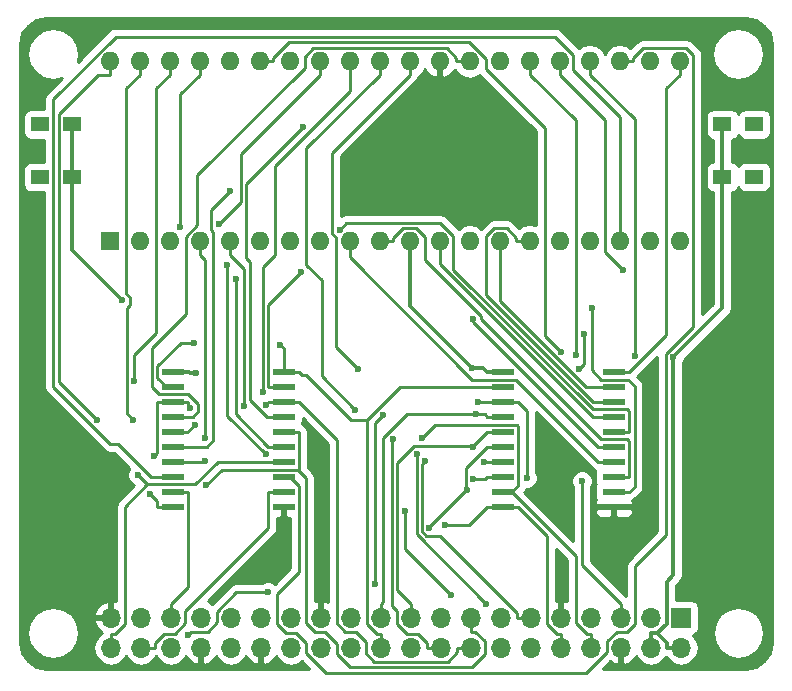
<source format=gbr>
G04 #@! TF.FileFunction,Copper,L2,Bot,Signal*
%FSLAX46Y46*%
G04 Gerber Fmt 4.6, Leading zero omitted, Abs format (unit mm)*
G04 Created by KiCad (PCBNEW 4.0.7) date 03/01/18 16:16:53*
%MOMM*%
%LPD*%
G01*
G04 APERTURE LIST*
%ADD10C,0.100000*%
%ADD11R,1.600000X1.600000*%
%ADD12O,1.600000X1.600000*%
%ADD13R,1.700000X1.700000*%
%ADD14O,1.700000X1.700000*%
%ADD15R,1.500000X1.300000*%
%ADD16R,1.950000X0.600000*%
%ADD17C,0.600000*%
%ADD18C,0.350000*%
%ADD19C,0.250000*%
%ADD20C,0.254000*%
G04 APERTURE END LIST*
D10*
D11*
X101092000Y-81026000D03*
D12*
X149352000Y-65786000D03*
X103632000Y-81026000D03*
X146812000Y-65786000D03*
X106172000Y-81026000D03*
X144272000Y-65786000D03*
X108712000Y-81026000D03*
X141732000Y-65786000D03*
X111252000Y-81026000D03*
X139192000Y-65786000D03*
X113792000Y-81026000D03*
X136652000Y-65786000D03*
X116332000Y-81026000D03*
X134112000Y-65786000D03*
X118872000Y-81026000D03*
X131572000Y-65786000D03*
X121412000Y-81026000D03*
X129032000Y-65786000D03*
X123952000Y-81026000D03*
X126492000Y-65786000D03*
X126492000Y-81026000D03*
X123952000Y-65786000D03*
X129032000Y-81026000D03*
X121412000Y-65786000D03*
X131572000Y-81026000D03*
X118872000Y-65786000D03*
X134112000Y-81026000D03*
X116332000Y-65786000D03*
X136652000Y-81026000D03*
X113792000Y-65786000D03*
X139192000Y-81026000D03*
X111252000Y-65786000D03*
X141732000Y-81026000D03*
X108712000Y-65786000D03*
X144272000Y-81026000D03*
X106172000Y-65786000D03*
X146812000Y-81026000D03*
X103632000Y-65786000D03*
X149352000Y-81026000D03*
X101092000Y-65786000D03*
D13*
X149454000Y-112878000D03*
D14*
X149454000Y-115418000D03*
X146914000Y-112878000D03*
X146914000Y-115418000D03*
X144374000Y-112878000D03*
X144374000Y-115418000D03*
X141834000Y-112878000D03*
X141834000Y-115418000D03*
X139294000Y-112878000D03*
X139294000Y-115418000D03*
X136754000Y-112878000D03*
X136754000Y-115418000D03*
X134214000Y-112878000D03*
X134214000Y-115418000D03*
X131674000Y-112878000D03*
X131674000Y-115418000D03*
X129134000Y-112878000D03*
X129134000Y-115418000D03*
X126594000Y-112878000D03*
X126594000Y-115418000D03*
X124054000Y-112878000D03*
X124054000Y-115418000D03*
X121514000Y-112878000D03*
X121514000Y-115418000D03*
X118974000Y-112878000D03*
X118974000Y-115418000D03*
X116434000Y-112878000D03*
X116434000Y-115418000D03*
X113894000Y-112878000D03*
X113894000Y-115418000D03*
X111354000Y-112878000D03*
X111354000Y-115418000D03*
X108814000Y-112878000D03*
X108814000Y-115418000D03*
X106274000Y-112878000D03*
X106274000Y-115418000D03*
X103734000Y-112878000D03*
X103734000Y-115418000D03*
X101194000Y-112878000D03*
X101194000Y-115418000D03*
D15*
X97870000Y-75565000D03*
X95170000Y-75565000D03*
X97870000Y-71120000D03*
X95170000Y-71120000D03*
X152955000Y-75565000D03*
X155655000Y-75565000D03*
X152955000Y-71120000D03*
X155655000Y-71120000D03*
D16*
X143765000Y-92075000D03*
X143765000Y-93345000D03*
X143765000Y-94615000D03*
X143765000Y-95885000D03*
X143765000Y-97155000D03*
X143765000Y-98425000D03*
X143765000Y-99695000D03*
X143765000Y-100965000D03*
X143765000Y-102235000D03*
X143765000Y-103505000D03*
X134365000Y-103505000D03*
X134365000Y-102235000D03*
X134365000Y-100965000D03*
X134365000Y-99695000D03*
X134365000Y-98425000D03*
X134365000Y-97155000D03*
X134365000Y-95885000D03*
X134365000Y-94615000D03*
X134365000Y-93345000D03*
X134365000Y-92075000D03*
X115825000Y-92075000D03*
X115825000Y-93345000D03*
X115825000Y-94615000D03*
X115825000Y-95885000D03*
X115825000Y-97155000D03*
X115825000Y-98425000D03*
X115825000Y-99695000D03*
X115825000Y-100965000D03*
X115825000Y-102235000D03*
X115825000Y-103505000D03*
X106425000Y-103505000D03*
X106425000Y-102235000D03*
X106425000Y-100965000D03*
X106425000Y-99695000D03*
X106425000Y-98425000D03*
X106425000Y-97155000D03*
X106425000Y-95885000D03*
X106425000Y-94615000D03*
X106425000Y-93345000D03*
X106425000Y-92075000D03*
D17*
X108396300Y-92186800D03*
X102090800Y-85953700D03*
X131740300Y-91776900D03*
X148818200Y-90797300D03*
X141076200Y-101318000D03*
X152781000Y-91186000D03*
X151765000Y-85725000D03*
X151892000Y-82804000D03*
X136779000Y-78359000D03*
X141224000Y-88900000D03*
X140843000Y-91821000D03*
X139445000Y-103505000D03*
X139954000Y-105410000D03*
X139446000Y-108204000D03*
X118872000Y-104140000D03*
X115570000Y-107188000D03*
X146812000Y-92456000D03*
X127540200Y-97655300D03*
X124244500Y-95763800D03*
X123582000Y-110042800D03*
X129463500Y-105024500D03*
X127782200Y-99640900D03*
X108306000Y-96528900D03*
X109134400Y-99597400D03*
X109224600Y-101678200D03*
X114348400Y-94841400D03*
X125030300Y-97744700D03*
X131829000Y-98391300D03*
X132133500Y-95644200D03*
X108264800Y-89624300D03*
X115539900Y-89752800D03*
X128137800Y-105326300D03*
X131339100Y-102106700D03*
X132287000Y-94583900D03*
X136420700Y-101049200D03*
X132758600Y-99681900D03*
X131879100Y-101140500D03*
X107917800Y-95162800D03*
X104871100Y-99205400D03*
X103480300Y-100813700D03*
X109119000Y-97634700D03*
X145520300Y-90714000D03*
X112426100Y-94939000D03*
X144517700Y-83472200D03*
X140524800Y-90627600D03*
X131858400Y-87565600D03*
X117491200Y-71329000D03*
X120552200Y-80016600D03*
X122131900Y-91802400D03*
X121896100Y-95302600D03*
X114050700Y-93783800D03*
X141881500Y-86678100D03*
X114290200Y-99060000D03*
X110997200Y-83050800D03*
X110339600Y-79568900D03*
X114502700Y-110745300D03*
X107690400Y-114345900D03*
X139278900Y-90361100D03*
X127106700Y-99008500D03*
X132944000Y-111689500D03*
X107045500Y-79813900D03*
X103168400Y-92837500D03*
X103088400Y-96114000D03*
X99972100Y-96109800D03*
X111749300Y-84244100D03*
X104491700Y-102401900D03*
X117263800Y-83629700D03*
X111279700Y-76787200D03*
X95170000Y-75565000D03*
X95170000Y-71120000D03*
X155655000Y-75565000D03*
X155655000Y-71120000D03*
X129995900Y-110957200D03*
X126077500Y-103849400D03*
D18*
X97870000Y-71120000D02*
X97870000Y-76200000D01*
X152955000Y-75565000D02*
X152955000Y-71120000D01*
X107887100Y-92186800D02*
X107775300Y-92075000D01*
X108396300Y-92186800D02*
X107887100Y-92186800D01*
X106425000Y-92075000D02*
X107775300Y-92075000D01*
X97870000Y-81732900D02*
X97870000Y-76200000D01*
X102090800Y-85953700D02*
X97870000Y-81732900D01*
X146914000Y-115418000D02*
X146914000Y-114192700D01*
X149454000Y-115418000D02*
X148228700Y-115418000D01*
X148228700Y-114999600D02*
X148228700Y-115418000D01*
X147421800Y-114192700D02*
X148228700Y-114999600D01*
X147421800Y-114192700D02*
X146914000Y-114192700D01*
X152955000Y-86660500D02*
X152955000Y-75565000D01*
X148228600Y-113385900D02*
X147421800Y-114192700D01*
X148228600Y-109829000D02*
X148228600Y-113385900D01*
X148818200Y-109239400D02*
X148228600Y-109829000D01*
X134365000Y-92075000D02*
X133014700Y-92075000D01*
X132716600Y-91776900D02*
X133014700Y-92075000D01*
X131740300Y-91776900D02*
X132716600Y-91776900D01*
X126492000Y-86528600D02*
X126492000Y-81026000D01*
X131740300Y-91776900D02*
X126492000Y-86528600D01*
X148818200Y-90797300D02*
X152955000Y-86660500D01*
X148818200Y-90797300D02*
X148818200Y-109239400D01*
D19*
X141076200Y-108404900D02*
X144374000Y-111702700D01*
X141076200Y-101318000D02*
X141076200Y-108404900D01*
X144374000Y-112878000D02*
X144374000Y-111702700D01*
X136779000Y-78232000D02*
X136779000Y-78359000D01*
X151765000Y-82931000D02*
X151765000Y-85725000D01*
X151892000Y-82804000D02*
X151765000Y-82931000D01*
X129032000Y-65786000D02*
X129032000Y-76835000D01*
X130556000Y-78359000D02*
X136652000Y-78359000D01*
X129032000Y-76835000D02*
X130556000Y-78359000D01*
X141224000Y-91440000D02*
X141224000Y-88900000D01*
X140843000Y-91821000D02*
X141224000Y-91440000D01*
X139446000Y-103632000D02*
X139446000Y-103506000D01*
X139446000Y-103506000D02*
X139445000Y-103505000D01*
X139294000Y-112878000D02*
X139294000Y-108306000D01*
X139396000Y-108204000D02*
X139446000Y-108204000D01*
X139294000Y-108306000D02*
X139396000Y-108204000D01*
X134365000Y-102235000D02*
X135117800Y-102235000D01*
X141466700Y-114242700D02*
X141834000Y-114242700D01*
X140564000Y-113340000D02*
X141466700Y-114242700D01*
X140564000Y-107681200D02*
X140564000Y-113340000D01*
X135117800Y-102235000D02*
X140564000Y-107681200D01*
X141834000Y-115418000D02*
X141834000Y-114242700D01*
X135680300Y-101672500D02*
X135117800Y-102235000D01*
X135680300Y-96679800D02*
X135680300Y-101672500D01*
X135530100Y-96529600D02*
X135680300Y-96679800D01*
X128665900Y-96529600D02*
X135530100Y-96529600D01*
X127540200Y-97655300D02*
X128665900Y-96529600D01*
X138926600Y-114242700D02*
X139294000Y-114242700D01*
X138118700Y-113434800D02*
X138926600Y-114242700D01*
X138118700Y-105958400D02*
X138118700Y-113434800D01*
X135665300Y-103505000D02*
X138118700Y-105958400D01*
X134365000Y-103505000D02*
X135665300Y-103505000D01*
X139294000Y-115418000D02*
X139294000Y-114242700D01*
X123582000Y-96426300D02*
X123582000Y-110042800D01*
X124244500Y-95763800D02*
X123582000Y-96426300D01*
X131545200Y-105024500D02*
X133064700Y-103505000D01*
X129463500Y-105024500D02*
X131545200Y-105024500D01*
X134365000Y-103505000D02*
X133064700Y-103505000D01*
X136754000Y-112878000D02*
X135578700Y-112878000D01*
X135578700Y-112498400D02*
X135578700Y-112878000D01*
X129031900Y-105951600D02*
X135578700Y-112498400D01*
X127878800Y-105951600D02*
X129031900Y-105951600D01*
X127512500Y-105585300D02*
X127878800Y-105951600D01*
X127512500Y-99910600D02*
X127512500Y-105585300D01*
X127782200Y-99640900D02*
X127512500Y-99910600D01*
X107725300Y-97109600D02*
X108306000Y-96528900D01*
X107725300Y-97155000D02*
X107725300Y-97109600D01*
X106425000Y-97155000D02*
X107725300Y-97155000D01*
X109036800Y-99695000D02*
X109134400Y-99597400D01*
X106425000Y-99695000D02*
X109036800Y-99695000D01*
X115825000Y-97155000D02*
X117125300Y-97155000D01*
X131674000Y-112878000D02*
X131674000Y-114053300D01*
X117125300Y-100210400D02*
X117125300Y-97155000D01*
X116996100Y-100339600D02*
X117125300Y-100210400D01*
X110563200Y-100339600D02*
X109224600Y-101678200D01*
X116996100Y-100339600D02*
X110563200Y-100339600D01*
X117704000Y-101047500D02*
X116996100Y-100339600D01*
X117704000Y-113309000D02*
X117704000Y-101047500D01*
X118448400Y-114053400D02*
X117704000Y-113309000D01*
X119273600Y-114053400D02*
X118448400Y-114053400D01*
X120338700Y-115118500D02*
X119273600Y-114053400D01*
X120338700Y-115949500D02*
X120338700Y-115118500D01*
X121462100Y-117072900D02*
X120338700Y-115949500D01*
X131750900Y-117072900D02*
X121462100Y-117072900D01*
X132854800Y-115969000D02*
X131750900Y-117072900D01*
X132854800Y-114866800D02*
X132854800Y-115969000D01*
X132041300Y-114053300D02*
X132854800Y-114866800D01*
X131674000Y-114053300D02*
X132041300Y-114053300D01*
X114524700Y-94665100D02*
X114348400Y-94841400D01*
X114524700Y-94615000D02*
X114524700Y-94665100D01*
X115174900Y-94615000D02*
X114524700Y-94615000D01*
X115174900Y-94615000D02*
X115825000Y-94615000D01*
X130498700Y-115785400D02*
X130498700Y-115418000D01*
X129690800Y-116593300D02*
X130498700Y-115785400D01*
X123501600Y-116593300D02*
X129690800Y-116593300D01*
X122784000Y-115875700D02*
X123501600Y-116593300D01*
X122784000Y-114952800D02*
X122784000Y-115875700D01*
X121909400Y-114078200D02*
X122784000Y-114952800D01*
X121049400Y-114078200D02*
X121909400Y-114078200D01*
X120338600Y-113367400D02*
X121049400Y-114078200D01*
X120338600Y-97828300D02*
X120338600Y-113367400D01*
X117125300Y-94615000D02*
X120338600Y-97828300D01*
X115825000Y-94615000D02*
X117125300Y-94615000D01*
X131674000Y-115418000D02*
X130498700Y-115418000D01*
X127958700Y-115050600D02*
X127958700Y-115418000D01*
X127150800Y-114242700D02*
X127958700Y-115050600D01*
X126257700Y-114242700D02*
X127150800Y-114242700D01*
X125418600Y-113403600D02*
X126257700Y-114242700D01*
X125418600Y-112342400D02*
X125418600Y-113403600D01*
X124968300Y-111892100D02*
X125418600Y-112342400D01*
X124968300Y-97806700D02*
X124968300Y-111892100D01*
X125030300Y-97744700D02*
X124968300Y-97806700D01*
X129134000Y-115418000D02*
X127958700Y-115418000D01*
X134365000Y-97155000D02*
X133064700Y-97155000D01*
X126594000Y-112878000D02*
X126594000Y-111702700D01*
X125418700Y-110527400D02*
X126594000Y-111702700D01*
X125418700Y-99756900D02*
X125418700Y-110527400D01*
X126839600Y-98336000D02*
X125418700Y-99756900D01*
X131829000Y-98336000D02*
X126839600Y-98336000D01*
X131829000Y-98391300D02*
X131829000Y-98336000D01*
X133010000Y-97155000D02*
X133064700Y-97155000D01*
X131829000Y-98336000D02*
X133010000Y-97155000D01*
X134365000Y-95885000D02*
X133064700Y-95885000D01*
X132823900Y-95644200D02*
X132133500Y-95644200D01*
X133064700Y-95885000D02*
X132823900Y-95644200D01*
X124054000Y-112878000D02*
X124054000Y-111702700D01*
X124207300Y-111549400D02*
X124054000Y-111702700D01*
X124207300Y-97683400D02*
X124207300Y-111549400D01*
X126246500Y-95644200D02*
X124207300Y-97683400D01*
X132133500Y-95644200D02*
X126246500Y-95644200D01*
X124054000Y-115418000D02*
X124054000Y-114242700D01*
X115825000Y-92075000D02*
X117125300Y-92075000D01*
X125700800Y-93345000D02*
X134365000Y-93345000D01*
X122878700Y-96167100D02*
X125700800Y-93345000D01*
X122878700Y-113434800D02*
X122878700Y-96167100D01*
X123686600Y-114242700D02*
X122878700Y-113434800D01*
X124054000Y-114242700D02*
X123686600Y-114242700D01*
X117394100Y-92343800D02*
X117125300Y-92075000D01*
X117734200Y-92343800D02*
X117394100Y-92343800D01*
X121557500Y-96167100D02*
X117734200Y-92343800D01*
X122878700Y-96167100D02*
X121557500Y-96167100D01*
X107087200Y-89624300D02*
X108264800Y-89624300D01*
X105124600Y-91586900D02*
X107087200Y-89624300D01*
X105124600Y-92547900D02*
X105124600Y-91586900D01*
X105921700Y-93345000D02*
X105124600Y-92547900D01*
X106425000Y-93345000D02*
X105921700Y-93345000D01*
X115825000Y-90037900D02*
X115825000Y-92075000D01*
X115539900Y-89752800D02*
X115825000Y-90037900D01*
X134365000Y-98425000D02*
X133064700Y-98425000D01*
X128137800Y-105222700D02*
X128137800Y-105326300D01*
X131253800Y-102106700D02*
X128137800Y-105222700D01*
X131339100Y-102106700D02*
X131253800Y-102106700D01*
X131253800Y-100235900D02*
X133064700Y-98425000D01*
X131253800Y-102106700D02*
X131253800Y-100235900D01*
X133033600Y-94583900D02*
X133064700Y-94615000D01*
X132287000Y-94583900D02*
X133033600Y-94583900D01*
X133714900Y-94615000D02*
X133064700Y-94615000D01*
X133714900Y-94615000D02*
X134365000Y-94615000D01*
X134365000Y-94615000D02*
X135665300Y-94615000D01*
X136420700Y-95370400D02*
X136420700Y-101049200D01*
X135665300Y-94615000D02*
X136420700Y-95370400D01*
X133051600Y-99681900D02*
X133064700Y-99695000D01*
X132758600Y-99681900D02*
X133051600Y-99681900D01*
X134365000Y-99695000D02*
X133064700Y-99695000D01*
X132889200Y-101140500D02*
X133064700Y-100965000D01*
X131879100Y-101140500D02*
X132889200Y-101140500D01*
X134365000Y-100965000D02*
X133064700Y-100965000D01*
X107725300Y-110251400D02*
X106274000Y-111702700D01*
X107725300Y-102235000D02*
X107725300Y-110251400D01*
X106425000Y-102235000D02*
X107725300Y-102235000D01*
X106274000Y-112878000D02*
X106274000Y-111702700D01*
X107075200Y-94615000D02*
X107725300Y-94615000D01*
X107075200Y-94615000D02*
X106425000Y-94615000D01*
X105124700Y-98951800D02*
X104871100Y-99205400D01*
X105124700Y-94615000D02*
X105124700Y-98951800D01*
X106425000Y-94615000D02*
X105124700Y-94615000D01*
X107725300Y-94970300D02*
X107917800Y-95162800D01*
X107725300Y-94615000D02*
X107725300Y-94970300D01*
X104909300Y-115050600D02*
X104909300Y-115418000D01*
X105717200Y-114242700D02*
X104909300Y-115050600D01*
X106584300Y-114242700D02*
X105717200Y-114242700D01*
X107492200Y-113334800D02*
X106584300Y-114242700D01*
X107492200Y-112299600D02*
X107492200Y-113334800D01*
X114524700Y-105267100D02*
X107492200Y-112299600D01*
X114524700Y-102235000D02*
X114524700Y-105267100D01*
X115825000Y-102235000D02*
X114524700Y-102235000D01*
X103734000Y-115418000D02*
X104909300Y-115418000D01*
X101194000Y-115418000D02*
X101194000Y-114242700D01*
X104257000Y-101590400D02*
X103480300Y-100813700D01*
X108344000Y-101590400D02*
X104257000Y-101590400D01*
X110239400Y-99695000D02*
X108344000Y-101590400D01*
X115825000Y-99695000D02*
X110239400Y-99695000D01*
X101561400Y-114242700D02*
X101194000Y-114242700D01*
X102369300Y-113434800D02*
X101561400Y-114242700D01*
X102369300Y-103478100D02*
X102369300Y-113434800D01*
X104257000Y-101590400D02*
X102369300Y-103478100D01*
X144272000Y-65786000D02*
X145397300Y-65786000D01*
X116332300Y-100965000D02*
X115825000Y-100965000D01*
X117125400Y-101758100D02*
X116332300Y-100965000D01*
X117125400Y-109007100D02*
X117125400Y-101758100D01*
X115258600Y-110873900D02*
X117125400Y-109007100D01*
X115258600Y-113403600D02*
X115258600Y-110873900D01*
X116020900Y-114165900D02*
X115258600Y-113403600D01*
X116873800Y-114165900D02*
X116020900Y-114165900D01*
X117704000Y-114996100D02*
X116873800Y-114165900D01*
X117704000Y-115874200D02*
X117704000Y-114996100D01*
X119401400Y-117571600D02*
X117704000Y-115874200D01*
X141402800Y-117571600D02*
X119401400Y-117571600D01*
X143198600Y-115775800D02*
X141402800Y-117571600D01*
X143198600Y-114892400D02*
X143198600Y-115775800D01*
X144037600Y-114053400D02*
X143198600Y-114892400D01*
X144899600Y-114053400D02*
X144037600Y-114053400D01*
X145559800Y-113393200D02*
X144899600Y-114053400D01*
X145559800Y-108532300D02*
X145559800Y-113393200D01*
X148192900Y-105899200D02*
X145559800Y-108532300D01*
X148192900Y-90538300D02*
X148192900Y-105899200D01*
X150498700Y-88232500D02*
X148192900Y-90538300D01*
X150498700Y-65267100D02*
X150498700Y-88232500D01*
X149892300Y-64660700D02*
X150498700Y-65267100D01*
X146241200Y-64660700D02*
X149892300Y-64660700D01*
X145397300Y-65504600D02*
X146241200Y-64660700D01*
X145397300Y-65786000D02*
X145397300Y-65504600D01*
X109119000Y-82558300D02*
X108712000Y-82151300D01*
X109119000Y-97634700D02*
X109119000Y-82558300D01*
X108712000Y-81026000D02*
X108712000Y-82151300D01*
X141732000Y-65786000D02*
X141732000Y-66911300D01*
X145520300Y-90714000D02*
X145520300Y-70699600D01*
X145520300Y-70699600D02*
X141732000Y-66911300D01*
X111252000Y-81026000D02*
X111252000Y-82151300D01*
X112426100Y-83325400D02*
X111252000Y-82151300D01*
X112426100Y-94939000D02*
X112426100Y-83325400D01*
X143002000Y-70721300D02*
X139192000Y-66911300D01*
X143002000Y-81956500D02*
X143002000Y-70721300D01*
X144517700Y-83472200D02*
X143002000Y-81956500D01*
X139192000Y-65786000D02*
X139192000Y-66911300D01*
X140524800Y-70784100D02*
X136652000Y-66911300D01*
X140524800Y-90627600D02*
X140524800Y-70784100D01*
X136652000Y-65786000D02*
X136652000Y-66911300D01*
X131858400Y-87818700D02*
X131858400Y-87565600D01*
X142464700Y-98425000D02*
X131858400Y-87818700D01*
X143765000Y-98425000D02*
X142464700Y-98425000D01*
X112634300Y-76185900D02*
X117491200Y-71329000D01*
X112634300Y-82403600D02*
X112634300Y-76185900D01*
X112996500Y-82765800D02*
X112634300Y-82403600D01*
X112996500Y-94457100D02*
X112996500Y-82765800D01*
X114424400Y-95885000D02*
X112996500Y-94457100D01*
X115825000Y-95885000D02*
X114424400Y-95885000D01*
X142004100Y-95248000D02*
X144918500Y-95248000D01*
X130162000Y-83405900D02*
X142004100Y-95248000D01*
X143765000Y-97155000D02*
X145065300Y-97155000D01*
X145065300Y-95394800D02*
X145065300Y-97155000D01*
X144918500Y-95248000D02*
X145065300Y-95394800D01*
X130162000Y-80558200D02*
X130162000Y-83405900D01*
X129054100Y-79450300D02*
X130162000Y-80558200D01*
X121118500Y-79450300D02*
X129054100Y-79450300D01*
X120552200Y-80016600D02*
X121118500Y-79450300D01*
X130446700Y-65504600D02*
X130446700Y-65786000D01*
X129602800Y-64660700D02*
X130446700Y-65504600D01*
X118326200Y-64660700D02*
X129602800Y-64660700D01*
X117602000Y-65384900D02*
X118326200Y-64660700D01*
X117602000Y-66316200D02*
X117602000Y-65384900D01*
X108516100Y-75402100D02*
X117602000Y-66316200D01*
X108516100Y-79630400D02*
X108516100Y-75402100D01*
X107533800Y-80612700D02*
X108516100Y-79630400D01*
X107533800Y-87174700D02*
X107533800Y-80612700D01*
X104669900Y-90038600D02*
X107533800Y-87174700D01*
X104669900Y-93377200D02*
X104669900Y-90038600D01*
X105272700Y-93980000D02*
X104669900Y-93377200D01*
X107746700Y-93980000D02*
X105272700Y-93980000D01*
X108590500Y-94823800D02*
X107746700Y-93980000D01*
X108590500Y-95423700D02*
X108590500Y-94823800D01*
X108129200Y-95885000D02*
X108590500Y-95423700D01*
X106425000Y-95885000D02*
X108129200Y-95885000D01*
X131572000Y-65786000D02*
X130446700Y-65786000D01*
X143765000Y-99695000D02*
X142464700Y-99695000D01*
X121412000Y-81026000D02*
X121412000Y-82151300D01*
X135489300Y-92719600D02*
X142464700Y-99695000D01*
X131798700Y-92719600D02*
X135489300Y-92719600D01*
X121412000Y-82332900D02*
X131798700Y-92719600D01*
X121412000Y-82151300D02*
X121412000Y-82332900D01*
X143765000Y-100965000D02*
X145065300Y-100965000D01*
X123952000Y-81026000D02*
X125077300Y-81026000D01*
X125077300Y-80744600D02*
X125077300Y-81026000D01*
X125921200Y-79900700D02*
X125077300Y-80744600D01*
X127001800Y-79900700D02*
X125921200Y-79900700D01*
X127762000Y-80660900D02*
X127001800Y-79900700D01*
X127762000Y-82584800D02*
X127762000Y-80660900D01*
X132483700Y-87306500D02*
X127762000Y-82584800D01*
X132483700Y-87611200D02*
X132483700Y-87306500D01*
X142660500Y-97788000D02*
X132483700Y-87611200D01*
X144906800Y-97788000D02*
X142660500Y-97788000D01*
X145065300Y-97946500D02*
X144906800Y-97788000D01*
X145065300Y-100965000D02*
X145065300Y-97946500D01*
X120286600Y-89957100D02*
X122131900Y-91802400D01*
X120286600Y-80742200D02*
X120286600Y-89957100D01*
X119891200Y-80346800D02*
X120286600Y-80742200D01*
X119891200Y-73512100D02*
X119891200Y-80346800D01*
X126492000Y-66911300D02*
X119891200Y-73512100D01*
X126492000Y-65786000D02*
X126492000Y-66911300D01*
X117739800Y-73123500D02*
X123952000Y-66911300D01*
X117739800Y-82997500D02*
X117739800Y-73123500D01*
X119022000Y-84279700D02*
X117739800Y-82997500D01*
X119022000Y-92428500D02*
X119022000Y-84279700D01*
X121896100Y-95302600D02*
X119022000Y-92428500D01*
X123952000Y-65786000D02*
X123952000Y-66911300D01*
X142004200Y-95885000D02*
X142464700Y-95885000D01*
X129032000Y-82912800D02*
X142004200Y-95885000D01*
X143765000Y-95885000D02*
X142464700Y-95885000D01*
X129032000Y-81026000D02*
X129032000Y-82151300D01*
X129032000Y-82151300D02*
X129032000Y-82912800D01*
X121412000Y-65786000D02*
X121412000Y-66911300D01*
X121412000Y-68292600D02*
X121412000Y-66911300D01*
X115062000Y-74642600D02*
X121412000Y-68292600D01*
X115062000Y-82151400D02*
X115062000Y-74642600D01*
X114050800Y-83162600D02*
X115062000Y-82151400D01*
X114050800Y-93783800D02*
X114050800Y-83162600D01*
X114050700Y-93783800D02*
X114050800Y-93783800D01*
X141881500Y-91929000D02*
X141881500Y-86678100D01*
X142672100Y-92719600D02*
X141881500Y-91929000D01*
X144935700Y-92719600D02*
X142672100Y-92719600D01*
X145520300Y-93304200D02*
X144935700Y-92719600D01*
X145520300Y-101780000D02*
X145520300Y-93304200D01*
X145065300Y-102235000D02*
X145520300Y-101780000D01*
X143765000Y-102235000D02*
X145065300Y-102235000D01*
X110997200Y-95767000D02*
X110997200Y-83050800D01*
X114290200Y-99060000D02*
X110997200Y-95767000D01*
X112183900Y-73599400D02*
X118872000Y-66911300D01*
X112183900Y-77724600D02*
X112183900Y-73599400D01*
X110339600Y-79568900D02*
X112183900Y-77724600D01*
X118872000Y-65786000D02*
X118872000Y-66911300D01*
X141374900Y-93345000D02*
X142464700Y-93345000D01*
X134112000Y-86082100D02*
X141374900Y-93345000D01*
X143765000Y-93345000D02*
X142464700Y-93345000D01*
X134112000Y-81026000D02*
X134112000Y-82151300D01*
X134112000Y-82151300D02*
X134112000Y-86082100D01*
X107982900Y-114053400D02*
X107690400Y-114345900D01*
X109408000Y-114053400D02*
X107982900Y-114053400D01*
X110178600Y-113282800D02*
X109408000Y-114053400D01*
X110178600Y-112367100D02*
X110178600Y-113282800D01*
X111800400Y-110745300D02*
X110178600Y-112367100D01*
X114502700Y-110745300D02*
X111800400Y-110745300D01*
X142008000Y-94615000D02*
X132950500Y-85557500D01*
X143765000Y-94615000D02*
X142008000Y-94615000D01*
X135526700Y-80744600D02*
X135526700Y-81026000D01*
X134682800Y-79900700D02*
X135526700Y-80744600D01*
X133645500Y-79900700D02*
X134682800Y-79900700D01*
X132950500Y-80595700D02*
X133645500Y-79900700D01*
X132950500Y-85557500D02*
X132950500Y-80595700D01*
X136652000Y-81026000D02*
X135526700Y-81026000D01*
X114917300Y-65504700D02*
X114917300Y-65786000D01*
X116272900Y-64149100D02*
X114917300Y-65504700D01*
X131536500Y-64149100D02*
X116272900Y-64149100D01*
X132986600Y-65599200D02*
X131536500Y-64149100D01*
X132986600Y-66460800D02*
X132986600Y-65599200D01*
X137922000Y-71396200D02*
X132986600Y-66460800D01*
X137922000Y-89004200D02*
X137922000Y-71396200D01*
X139278900Y-90361100D02*
X137922000Y-89004200D01*
X113792000Y-65786000D02*
X114917300Y-65786000D01*
X127062200Y-105807700D02*
X132944000Y-111689500D01*
X127062200Y-99053000D02*
X127062200Y-105807700D01*
X127106700Y-99008500D02*
X127062200Y-99053000D01*
X107045500Y-68577800D02*
X108712000Y-66911300D01*
X107045500Y-79813900D02*
X107045500Y-68577800D01*
X108712000Y-65786000D02*
X108712000Y-66911300D01*
X144272000Y-70496000D02*
X144272000Y-81026000D01*
X140317400Y-66541400D02*
X144272000Y-70496000D01*
X140317400Y-65252400D02*
X140317400Y-66541400D01*
X138763700Y-63698700D02*
X140317400Y-65252400D01*
X101587700Y-63698700D02*
X138763700Y-63698700D01*
X96294800Y-68991600D02*
X101587700Y-63698700D01*
X96294800Y-93340300D02*
X96294800Y-68991600D01*
X101103500Y-98149000D02*
X96294800Y-93340300D01*
X101764100Y-98149000D02*
X101103500Y-98149000D01*
X104580100Y-100965000D02*
X101764100Y-98149000D01*
X106425000Y-100965000D02*
X104580100Y-100965000D01*
X105046700Y-68036600D02*
X106172000Y-66911300D01*
X105046700Y-88748800D02*
X105046700Y-68036600D01*
X103168400Y-90627100D02*
X105046700Y-88748800D01*
X103168400Y-92837500D02*
X103168400Y-90627100D01*
X106172000Y-65786000D02*
X106172000Y-66911300D01*
X103632000Y-65786000D02*
X103632000Y-66911300D01*
X102506700Y-68036600D02*
X103632000Y-66911300D01*
X102506700Y-85485200D02*
X102506700Y-68036600D01*
X102768000Y-85746500D02*
X102506700Y-85485200D01*
X102768000Y-86446700D02*
X102768000Y-85746500D01*
X102513800Y-86700900D02*
X102768000Y-86446700D01*
X102513800Y-95539400D02*
X102513800Y-86700900D01*
X103088400Y-96114000D02*
X102513800Y-95539400D01*
X100107400Y-66911300D02*
X101092000Y-66911300D01*
X96794600Y-70224100D02*
X100107400Y-66911300D01*
X96794600Y-92932300D02*
X96794600Y-70224100D01*
X99972100Y-96109800D02*
X96794600Y-92932300D01*
X101092000Y-65786000D02*
X101092000Y-66911300D01*
X111749300Y-95649600D02*
X114524700Y-98425000D01*
X111749300Y-84244100D02*
X111749300Y-95649600D01*
X115825000Y-98425000D02*
X114524700Y-98425000D01*
X105124700Y-103034900D02*
X105124700Y-103505000D01*
X104491700Y-102401900D02*
X105124700Y-103034900D01*
X106425000Y-103505000D02*
X105124700Y-103505000D01*
X149352000Y-65786000D02*
X149352000Y-66911300D01*
X144415200Y-92075000D02*
X145065300Y-92075000D01*
X144415200Y-92075000D02*
X143765000Y-92075000D01*
X148197200Y-88943100D02*
X145065300Y-92075000D01*
X148197200Y-68066100D02*
X148197200Y-88943100D01*
X149352000Y-66911300D02*
X148197200Y-68066100D01*
X114524700Y-86368800D02*
X114524700Y-93345000D01*
X117263800Y-83629700D02*
X114524700Y-86368800D01*
X115825000Y-93345000D02*
X114524700Y-93345000D01*
X109287900Y-98425000D02*
X106425000Y-98425000D01*
X109859700Y-97853200D02*
X109287900Y-98425000D01*
X109859700Y-80263100D02*
X109859700Y-97853200D01*
X109669600Y-80073000D02*
X109859700Y-80263100D01*
X109669600Y-78397300D02*
X109669600Y-80073000D01*
X111279700Y-76787200D02*
X109669600Y-78397300D01*
X95073000Y-75224700D02*
X95170000Y-75224700D01*
X126077500Y-107038800D02*
X126077500Y-103849400D01*
X129995900Y-110957200D02*
X126077500Y-107038800D01*
D20*
G36*
X155833790Y-62298686D02*
X156505375Y-62747425D01*
X156954113Y-63419009D01*
X157125600Y-64281131D01*
X157125600Y-115043314D01*
X156954113Y-115905436D01*
X156505375Y-116577020D01*
X155833790Y-117025759D01*
X154973906Y-117196800D01*
X142852402Y-117196800D01*
X143477575Y-116571627D01*
X143607076Y-116689645D01*
X144017110Y-116859476D01*
X144247000Y-116738155D01*
X144247000Y-115545000D01*
X144227000Y-115545000D01*
X144227000Y-115291000D01*
X144247000Y-115291000D01*
X144247000Y-115271000D01*
X144501000Y-115271000D01*
X144501000Y-115291000D01*
X144521000Y-115291000D01*
X144521000Y-115545000D01*
X144501000Y-115545000D01*
X144501000Y-116738155D01*
X144730890Y-116859476D01*
X145140924Y-116689645D01*
X145569183Y-116299358D01*
X145636298Y-116156447D01*
X145863946Y-116497147D01*
X146345715Y-116819054D01*
X146914000Y-116932093D01*
X147482285Y-116819054D01*
X147964054Y-116497147D01*
X148153841Y-116213110D01*
X148223404Y-116226947D01*
X148403946Y-116497147D01*
X148885715Y-116819054D01*
X149454000Y-116932093D01*
X150022285Y-116819054D01*
X150504054Y-116497147D01*
X150825961Y-116015378D01*
X150939000Y-115447093D01*
X150939000Y-115388907D01*
X150825961Y-114820622D01*
X150504054Y-114338853D01*
X150502821Y-114338029D01*
X150539317Y-114331162D01*
X150755441Y-114192090D01*
X150785839Y-114147600D01*
X152126567Y-114147600D01*
X152293550Y-114987082D01*
X152769079Y-115698761D01*
X153480758Y-116174290D01*
X154320240Y-116341273D01*
X155159722Y-116174290D01*
X155871401Y-115698761D01*
X156346930Y-114987082D01*
X156513913Y-114147600D01*
X156346930Y-113308118D01*
X155871401Y-112596439D01*
X155159722Y-112120910D01*
X154320240Y-111953927D01*
X153480758Y-112120910D01*
X152769079Y-112596439D01*
X152293550Y-113308118D01*
X152126567Y-114147600D01*
X150785839Y-114147600D01*
X150900431Y-113979890D01*
X150951440Y-113728000D01*
X150951440Y-112028000D01*
X150907162Y-111792683D01*
X150768090Y-111576559D01*
X150555890Y-111431569D01*
X150304000Y-111380560D01*
X149038600Y-111380560D01*
X149038600Y-110164512D01*
X149390956Y-109812157D01*
X149478749Y-109680765D01*
X149566542Y-109549374D01*
X149628200Y-109239400D01*
X149628200Y-91284741D01*
X149736084Y-91024928D01*
X153527757Y-87233256D01*
X153703343Y-86970473D01*
X153765000Y-86660500D01*
X153765000Y-76851150D01*
X153940317Y-76818162D01*
X154156441Y-76679090D01*
X154301431Y-76466890D01*
X154304081Y-76453803D01*
X154440910Y-76666441D01*
X154653110Y-76811431D01*
X154905000Y-76862440D01*
X156405000Y-76862440D01*
X156640317Y-76818162D01*
X156856441Y-76679090D01*
X157001431Y-76466890D01*
X157052440Y-76215000D01*
X157052440Y-74915000D01*
X157008162Y-74679683D01*
X156869090Y-74463559D01*
X156656890Y-74318569D01*
X156405000Y-74267560D01*
X154905000Y-74267560D01*
X154669683Y-74311838D01*
X154453559Y-74450910D01*
X154308569Y-74663110D01*
X154305919Y-74676197D01*
X154169090Y-74463559D01*
X153956890Y-74318569D01*
X153765000Y-74279710D01*
X153765000Y-72406150D01*
X153940317Y-72373162D01*
X154156441Y-72234090D01*
X154301431Y-72021890D01*
X154304081Y-72008803D01*
X154440910Y-72221441D01*
X154653110Y-72366431D01*
X154905000Y-72417440D01*
X156405000Y-72417440D01*
X156640317Y-72373162D01*
X156856441Y-72234090D01*
X157001431Y-72021890D01*
X157052440Y-71770000D01*
X157052440Y-70470000D01*
X157008162Y-70234683D01*
X156869090Y-70018559D01*
X156656890Y-69873569D01*
X156405000Y-69822560D01*
X154905000Y-69822560D01*
X154669683Y-69866838D01*
X154453559Y-70005910D01*
X154308569Y-70218110D01*
X154305919Y-70231197D01*
X154169090Y-70018559D01*
X153956890Y-69873569D01*
X153705000Y-69822560D01*
X152205000Y-69822560D01*
X151969683Y-69866838D01*
X151753559Y-70005910D01*
X151608569Y-70218110D01*
X151557560Y-70470000D01*
X151557560Y-71770000D01*
X151601838Y-72005317D01*
X151740910Y-72221441D01*
X151953110Y-72366431D01*
X152145000Y-72405290D01*
X152145000Y-74278850D01*
X151969683Y-74311838D01*
X151753559Y-74450910D01*
X151608569Y-74663110D01*
X151557560Y-74915000D01*
X151557560Y-76215000D01*
X151601838Y-76450317D01*
X151740910Y-76666441D01*
X151953110Y-76811431D01*
X152145000Y-76850290D01*
X152145000Y-86324987D01*
X151258700Y-87211287D01*
X151258700Y-65267100D01*
X151234596Y-65145920D01*
X152116094Y-65145920D01*
X152283077Y-65985402D01*
X152758606Y-66697081D01*
X153470285Y-67172610D01*
X154309767Y-67339593D01*
X155149249Y-67172610D01*
X155860928Y-66697081D01*
X156336457Y-65985402D01*
X156503440Y-65145920D01*
X156336457Y-64306438D01*
X155860928Y-63594759D01*
X155149249Y-63119230D01*
X154309767Y-62952247D01*
X153470285Y-63119230D01*
X152758606Y-63594759D01*
X152283077Y-64306438D01*
X152116094Y-65145920D01*
X151234596Y-65145920D01*
X151200848Y-64976261D01*
X151036101Y-64729699D01*
X150429701Y-64123299D01*
X150183139Y-63958552D01*
X149892300Y-63900700D01*
X146241200Y-63900700D01*
X145950361Y-63958552D01*
X145703799Y-64123299D01*
X145165135Y-64661963D01*
X144821151Y-64432120D01*
X144272000Y-64322887D01*
X143722849Y-64432120D01*
X143257302Y-64743189D01*
X143002000Y-65125275D01*
X142746698Y-64743189D01*
X142281151Y-64432120D01*
X141732000Y-64322887D01*
X141182849Y-64432120D01*
X140816625Y-64676823D01*
X139301101Y-63161299D01*
X139054539Y-62996552D01*
X138763700Y-62938700D01*
X101587700Y-62938700D01*
X101296861Y-62996552D01*
X101050299Y-63161299D01*
X98372224Y-65839374D01*
X98510160Y-65145920D01*
X98343177Y-64306438D01*
X97867648Y-63594759D01*
X97155969Y-63119230D01*
X96316487Y-62952247D01*
X95477005Y-63119230D01*
X94765326Y-63594759D01*
X94289797Y-64306438D01*
X94122814Y-65145920D01*
X94289797Y-65985402D01*
X94765326Y-66697081D01*
X95477005Y-67172610D01*
X96316487Y-67339593D01*
X97009941Y-67201657D01*
X95757399Y-68454199D01*
X95592652Y-68700761D01*
X95534800Y-68991600D01*
X95534800Y-69822560D01*
X94420000Y-69822560D01*
X94184683Y-69866838D01*
X93968559Y-70005910D01*
X93823569Y-70218110D01*
X93772560Y-70470000D01*
X93772560Y-71770000D01*
X93816838Y-72005317D01*
X93955910Y-72221441D01*
X94168110Y-72366431D01*
X94420000Y-72417440D01*
X95534800Y-72417440D01*
X95534800Y-74267560D01*
X94420000Y-74267560D01*
X94184683Y-74311838D01*
X93968559Y-74450910D01*
X93823569Y-74663110D01*
X93772560Y-74915000D01*
X93772560Y-76215000D01*
X93816838Y-76450317D01*
X93955910Y-76666441D01*
X94168110Y-76811431D01*
X94420000Y-76862440D01*
X95534800Y-76862440D01*
X95534800Y-93340300D01*
X95592652Y-93631139D01*
X95757399Y-93877701D01*
X100566099Y-98686401D01*
X100812661Y-98851148D01*
X101103500Y-98909000D01*
X101449298Y-98909000D01*
X102755949Y-100215651D01*
X102688108Y-100283373D01*
X102545462Y-100626901D01*
X102545138Y-100998867D01*
X102687183Y-101342643D01*
X102949973Y-101605892D01*
X103103115Y-101669483D01*
X101831899Y-102940699D01*
X101667152Y-103187261D01*
X101609300Y-103478100D01*
X101609300Y-111460717D01*
X101550890Y-111436524D01*
X101321000Y-111557845D01*
X101321000Y-112751000D01*
X101341000Y-112751000D01*
X101341000Y-113005000D01*
X101321000Y-113005000D01*
X101321000Y-113025000D01*
X101067000Y-113025000D01*
X101067000Y-113005000D01*
X99873181Y-113005000D01*
X99752514Y-113234892D01*
X99998817Y-113759358D01*
X100427076Y-114149645D01*
X100427101Y-114149655D01*
X100143946Y-114338853D01*
X99822039Y-114820622D01*
X99709000Y-115388907D01*
X99709000Y-115447093D01*
X99822039Y-116015378D01*
X100143946Y-116497147D01*
X100625715Y-116819054D01*
X101194000Y-116932093D01*
X101762285Y-116819054D01*
X102244054Y-116497147D01*
X102464000Y-116167974D01*
X102683946Y-116497147D01*
X103165715Y-116819054D01*
X103734000Y-116932093D01*
X104302285Y-116819054D01*
X104784054Y-116497147D01*
X105004000Y-116167974D01*
X105223946Y-116497147D01*
X105705715Y-116819054D01*
X106274000Y-116932093D01*
X106842285Y-116819054D01*
X107324054Y-116497147D01*
X107551702Y-116156447D01*
X107618817Y-116299358D01*
X108047076Y-116689645D01*
X108457110Y-116859476D01*
X108687000Y-116738155D01*
X108687000Y-115545000D01*
X108667000Y-115545000D01*
X108667000Y-115291000D01*
X108687000Y-115291000D01*
X108687000Y-115271000D01*
X108941000Y-115271000D01*
X108941000Y-115291000D01*
X108961000Y-115291000D01*
X108961000Y-115545000D01*
X108941000Y-115545000D01*
X108941000Y-116738155D01*
X109170890Y-116859476D01*
X109580924Y-116689645D01*
X110009183Y-116299358D01*
X110076298Y-116156447D01*
X110303946Y-116497147D01*
X110785715Y-116819054D01*
X111354000Y-116932093D01*
X111922285Y-116819054D01*
X112404054Y-116497147D01*
X112631702Y-116156447D01*
X112698817Y-116299358D01*
X113127076Y-116689645D01*
X113537110Y-116859476D01*
X113767000Y-116738155D01*
X113767000Y-115545000D01*
X113747000Y-115545000D01*
X113747000Y-115291000D01*
X113767000Y-115291000D01*
X113767000Y-115271000D01*
X114021000Y-115271000D01*
X114021000Y-115291000D01*
X114041000Y-115291000D01*
X114041000Y-115545000D01*
X114021000Y-115545000D01*
X114021000Y-116738155D01*
X114250890Y-116859476D01*
X114660924Y-116689645D01*
X115089183Y-116299358D01*
X115156298Y-116156447D01*
X115383946Y-116497147D01*
X115865715Y-116819054D01*
X116434000Y-116932093D01*
X117002285Y-116819054D01*
X117345035Y-116590037D01*
X117951798Y-117196800D01*
X95679686Y-117196800D01*
X94812964Y-117024398D01*
X94141380Y-116575660D01*
X93692641Y-115904075D01*
X93521600Y-115044191D01*
X93521600Y-114147913D01*
X94118047Y-114147913D01*
X94285030Y-114987395D01*
X94760559Y-115699074D01*
X95472238Y-116174603D01*
X96311720Y-116341586D01*
X97151202Y-116174603D01*
X97862881Y-115699074D01*
X98338410Y-114987395D01*
X98505393Y-114147913D01*
X98338410Y-113308431D01*
X97862881Y-112596752D01*
X97749672Y-112521108D01*
X99752514Y-112521108D01*
X99873181Y-112751000D01*
X101067000Y-112751000D01*
X101067000Y-111557845D01*
X100837110Y-111436524D01*
X100427076Y-111606355D01*
X99998817Y-111996642D01*
X99752514Y-112521108D01*
X97749672Y-112521108D01*
X97151202Y-112121223D01*
X96311720Y-111954240D01*
X95472238Y-112121223D01*
X94760559Y-112596752D01*
X94285030Y-113308431D01*
X94118047Y-114147913D01*
X93521600Y-114147913D01*
X93521600Y-64281131D01*
X93693086Y-63419010D01*
X94141825Y-62747425D01*
X94813409Y-62298687D01*
X95675531Y-62127200D01*
X154971669Y-62127200D01*
X155833790Y-62298686D01*
X155833790Y-62298686D01*
G37*
X155833790Y-62298686D02*
X156505375Y-62747425D01*
X156954113Y-63419009D01*
X157125600Y-64281131D01*
X157125600Y-115043314D01*
X156954113Y-115905436D01*
X156505375Y-116577020D01*
X155833790Y-117025759D01*
X154973906Y-117196800D01*
X142852402Y-117196800D01*
X143477575Y-116571627D01*
X143607076Y-116689645D01*
X144017110Y-116859476D01*
X144247000Y-116738155D01*
X144247000Y-115545000D01*
X144227000Y-115545000D01*
X144227000Y-115291000D01*
X144247000Y-115291000D01*
X144247000Y-115271000D01*
X144501000Y-115271000D01*
X144501000Y-115291000D01*
X144521000Y-115291000D01*
X144521000Y-115545000D01*
X144501000Y-115545000D01*
X144501000Y-116738155D01*
X144730890Y-116859476D01*
X145140924Y-116689645D01*
X145569183Y-116299358D01*
X145636298Y-116156447D01*
X145863946Y-116497147D01*
X146345715Y-116819054D01*
X146914000Y-116932093D01*
X147482285Y-116819054D01*
X147964054Y-116497147D01*
X148153841Y-116213110D01*
X148223404Y-116226947D01*
X148403946Y-116497147D01*
X148885715Y-116819054D01*
X149454000Y-116932093D01*
X150022285Y-116819054D01*
X150504054Y-116497147D01*
X150825961Y-116015378D01*
X150939000Y-115447093D01*
X150939000Y-115388907D01*
X150825961Y-114820622D01*
X150504054Y-114338853D01*
X150502821Y-114338029D01*
X150539317Y-114331162D01*
X150755441Y-114192090D01*
X150785839Y-114147600D01*
X152126567Y-114147600D01*
X152293550Y-114987082D01*
X152769079Y-115698761D01*
X153480758Y-116174290D01*
X154320240Y-116341273D01*
X155159722Y-116174290D01*
X155871401Y-115698761D01*
X156346930Y-114987082D01*
X156513913Y-114147600D01*
X156346930Y-113308118D01*
X155871401Y-112596439D01*
X155159722Y-112120910D01*
X154320240Y-111953927D01*
X153480758Y-112120910D01*
X152769079Y-112596439D01*
X152293550Y-113308118D01*
X152126567Y-114147600D01*
X150785839Y-114147600D01*
X150900431Y-113979890D01*
X150951440Y-113728000D01*
X150951440Y-112028000D01*
X150907162Y-111792683D01*
X150768090Y-111576559D01*
X150555890Y-111431569D01*
X150304000Y-111380560D01*
X149038600Y-111380560D01*
X149038600Y-110164512D01*
X149390956Y-109812157D01*
X149478749Y-109680765D01*
X149566542Y-109549374D01*
X149628200Y-109239400D01*
X149628200Y-91284741D01*
X149736084Y-91024928D01*
X153527757Y-87233256D01*
X153703343Y-86970473D01*
X153765000Y-86660500D01*
X153765000Y-76851150D01*
X153940317Y-76818162D01*
X154156441Y-76679090D01*
X154301431Y-76466890D01*
X154304081Y-76453803D01*
X154440910Y-76666441D01*
X154653110Y-76811431D01*
X154905000Y-76862440D01*
X156405000Y-76862440D01*
X156640317Y-76818162D01*
X156856441Y-76679090D01*
X157001431Y-76466890D01*
X157052440Y-76215000D01*
X157052440Y-74915000D01*
X157008162Y-74679683D01*
X156869090Y-74463559D01*
X156656890Y-74318569D01*
X156405000Y-74267560D01*
X154905000Y-74267560D01*
X154669683Y-74311838D01*
X154453559Y-74450910D01*
X154308569Y-74663110D01*
X154305919Y-74676197D01*
X154169090Y-74463559D01*
X153956890Y-74318569D01*
X153765000Y-74279710D01*
X153765000Y-72406150D01*
X153940317Y-72373162D01*
X154156441Y-72234090D01*
X154301431Y-72021890D01*
X154304081Y-72008803D01*
X154440910Y-72221441D01*
X154653110Y-72366431D01*
X154905000Y-72417440D01*
X156405000Y-72417440D01*
X156640317Y-72373162D01*
X156856441Y-72234090D01*
X157001431Y-72021890D01*
X157052440Y-71770000D01*
X157052440Y-70470000D01*
X157008162Y-70234683D01*
X156869090Y-70018559D01*
X156656890Y-69873569D01*
X156405000Y-69822560D01*
X154905000Y-69822560D01*
X154669683Y-69866838D01*
X154453559Y-70005910D01*
X154308569Y-70218110D01*
X154305919Y-70231197D01*
X154169090Y-70018559D01*
X153956890Y-69873569D01*
X153705000Y-69822560D01*
X152205000Y-69822560D01*
X151969683Y-69866838D01*
X151753559Y-70005910D01*
X151608569Y-70218110D01*
X151557560Y-70470000D01*
X151557560Y-71770000D01*
X151601838Y-72005317D01*
X151740910Y-72221441D01*
X151953110Y-72366431D01*
X152145000Y-72405290D01*
X152145000Y-74278850D01*
X151969683Y-74311838D01*
X151753559Y-74450910D01*
X151608569Y-74663110D01*
X151557560Y-74915000D01*
X151557560Y-76215000D01*
X151601838Y-76450317D01*
X151740910Y-76666441D01*
X151953110Y-76811431D01*
X152145000Y-76850290D01*
X152145000Y-86324987D01*
X151258700Y-87211287D01*
X151258700Y-65267100D01*
X151234596Y-65145920D01*
X152116094Y-65145920D01*
X152283077Y-65985402D01*
X152758606Y-66697081D01*
X153470285Y-67172610D01*
X154309767Y-67339593D01*
X155149249Y-67172610D01*
X155860928Y-66697081D01*
X156336457Y-65985402D01*
X156503440Y-65145920D01*
X156336457Y-64306438D01*
X155860928Y-63594759D01*
X155149249Y-63119230D01*
X154309767Y-62952247D01*
X153470285Y-63119230D01*
X152758606Y-63594759D01*
X152283077Y-64306438D01*
X152116094Y-65145920D01*
X151234596Y-65145920D01*
X151200848Y-64976261D01*
X151036101Y-64729699D01*
X150429701Y-64123299D01*
X150183139Y-63958552D01*
X149892300Y-63900700D01*
X146241200Y-63900700D01*
X145950361Y-63958552D01*
X145703799Y-64123299D01*
X145165135Y-64661963D01*
X144821151Y-64432120D01*
X144272000Y-64322887D01*
X143722849Y-64432120D01*
X143257302Y-64743189D01*
X143002000Y-65125275D01*
X142746698Y-64743189D01*
X142281151Y-64432120D01*
X141732000Y-64322887D01*
X141182849Y-64432120D01*
X140816625Y-64676823D01*
X139301101Y-63161299D01*
X139054539Y-62996552D01*
X138763700Y-62938700D01*
X101587700Y-62938700D01*
X101296861Y-62996552D01*
X101050299Y-63161299D01*
X98372224Y-65839374D01*
X98510160Y-65145920D01*
X98343177Y-64306438D01*
X97867648Y-63594759D01*
X97155969Y-63119230D01*
X96316487Y-62952247D01*
X95477005Y-63119230D01*
X94765326Y-63594759D01*
X94289797Y-64306438D01*
X94122814Y-65145920D01*
X94289797Y-65985402D01*
X94765326Y-66697081D01*
X95477005Y-67172610D01*
X96316487Y-67339593D01*
X97009941Y-67201657D01*
X95757399Y-68454199D01*
X95592652Y-68700761D01*
X95534800Y-68991600D01*
X95534800Y-69822560D01*
X94420000Y-69822560D01*
X94184683Y-69866838D01*
X93968559Y-70005910D01*
X93823569Y-70218110D01*
X93772560Y-70470000D01*
X93772560Y-71770000D01*
X93816838Y-72005317D01*
X93955910Y-72221441D01*
X94168110Y-72366431D01*
X94420000Y-72417440D01*
X95534800Y-72417440D01*
X95534800Y-74267560D01*
X94420000Y-74267560D01*
X94184683Y-74311838D01*
X93968559Y-74450910D01*
X93823569Y-74663110D01*
X93772560Y-74915000D01*
X93772560Y-76215000D01*
X93816838Y-76450317D01*
X93955910Y-76666441D01*
X94168110Y-76811431D01*
X94420000Y-76862440D01*
X95534800Y-76862440D01*
X95534800Y-93340300D01*
X95592652Y-93631139D01*
X95757399Y-93877701D01*
X100566099Y-98686401D01*
X100812661Y-98851148D01*
X101103500Y-98909000D01*
X101449298Y-98909000D01*
X102755949Y-100215651D01*
X102688108Y-100283373D01*
X102545462Y-100626901D01*
X102545138Y-100998867D01*
X102687183Y-101342643D01*
X102949973Y-101605892D01*
X103103115Y-101669483D01*
X101831899Y-102940699D01*
X101667152Y-103187261D01*
X101609300Y-103478100D01*
X101609300Y-111460717D01*
X101550890Y-111436524D01*
X101321000Y-111557845D01*
X101321000Y-112751000D01*
X101341000Y-112751000D01*
X101341000Y-113005000D01*
X101321000Y-113005000D01*
X101321000Y-113025000D01*
X101067000Y-113025000D01*
X101067000Y-113005000D01*
X99873181Y-113005000D01*
X99752514Y-113234892D01*
X99998817Y-113759358D01*
X100427076Y-114149645D01*
X100427101Y-114149655D01*
X100143946Y-114338853D01*
X99822039Y-114820622D01*
X99709000Y-115388907D01*
X99709000Y-115447093D01*
X99822039Y-116015378D01*
X100143946Y-116497147D01*
X100625715Y-116819054D01*
X101194000Y-116932093D01*
X101762285Y-116819054D01*
X102244054Y-116497147D01*
X102464000Y-116167974D01*
X102683946Y-116497147D01*
X103165715Y-116819054D01*
X103734000Y-116932093D01*
X104302285Y-116819054D01*
X104784054Y-116497147D01*
X105004000Y-116167974D01*
X105223946Y-116497147D01*
X105705715Y-116819054D01*
X106274000Y-116932093D01*
X106842285Y-116819054D01*
X107324054Y-116497147D01*
X107551702Y-116156447D01*
X107618817Y-116299358D01*
X108047076Y-116689645D01*
X108457110Y-116859476D01*
X108687000Y-116738155D01*
X108687000Y-115545000D01*
X108667000Y-115545000D01*
X108667000Y-115291000D01*
X108687000Y-115291000D01*
X108687000Y-115271000D01*
X108941000Y-115271000D01*
X108941000Y-115291000D01*
X108961000Y-115291000D01*
X108961000Y-115545000D01*
X108941000Y-115545000D01*
X108941000Y-116738155D01*
X109170890Y-116859476D01*
X109580924Y-116689645D01*
X110009183Y-116299358D01*
X110076298Y-116156447D01*
X110303946Y-116497147D01*
X110785715Y-116819054D01*
X111354000Y-116932093D01*
X111922285Y-116819054D01*
X112404054Y-116497147D01*
X112631702Y-116156447D01*
X112698817Y-116299358D01*
X113127076Y-116689645D01*
X113537110Y-116859476D01*
X113767000Y-116738155D01*
X113767000Y-115545000D01*
X113747000Y-115545000D01*
X113747000Y-115291000D01*
X113767000Y-115291000D01*
X113767000Y-115271000D01*
X114021000Y-115271000D01*
X114021000Y-115291000D01*
X114041000Y-115291000D01*
X114041000Y-115545000D01*
X114021000Y-115545000D01*
X114021000Y-116738155D01*
X114250890Y-116859476D01*
X114660924Y-116689645D01*
X115089183Y-116299358D01*
X115156298Y-116156447D01*
X115383946Y-116497147D01*
X115865715Y-116819054D01*
X116434000Y-116932093D01*
X117002285Y-116819054D01*
X117345035Y-116590037D01*
X117951798Y-117196800D01*
X95679686Y-117196800D01*
X94812964Y-117024398D01*
X94141380Y-116575660D01*
X93692641Y-115904075D01*
X93521600Y-115044191D01*
X93521600Y-114147913D01*
X94118047Y-114147913D01*
X94285030Y-114987395D01*
X94760559Y-115699074D01*
X95472238Y-116174603D01*
X96311720Y-116341586D01*
X97151202Y-116174603D01*
X97862881Y-115699074D01*
X98338410Y-114987395D01*
X98505393Y-114147913D01*
X98338410Y-113308431D01*
X97862881Y-112596752D01*
X97749672Y-112521108D01*
X99752514Y-112521108D01*
X99873181Y-112751000D01*
X101067000Y-112751000D01*
X101067000Y-111557845D01*
X100837110Y-111436524D01*
X100427076Y-111606355D01*
X99998817Y-111996642D01*
X99752514Y-112521108D01*
X97749672Y-112521108D01*
X97151202Y-112121223D01*
X96311720Y-111954240D01*
X95472238Y-112121223D01*
X94760559Y-112596752D01*
X94285030Y-113308431D01*
X94118047Y-114147913D01*
X93521600Y-114147913D01*
X93521600Y-64281131D01*
X93693086Y-63419010D01*
X94141825Y-62747425D01*
X94813409Y-62298687D01*
X95675531Y-62127200D01*
X154971669Y-62127200D01*
X155833790Y-62298686D01*
G36*
X134341000Y-115291000D02*
X134361000Y-115291000D01*
X134361000Y-115545000D01*
X134341000Y-115545000D01*
X134341000Y-115565000D01*
X134087000Y-115565000D01*
X134087000Y-115545000D01*
X134067000Y-115545000D01*
X134067000Y-115291000D01*
X134087000Y-115291000D01*
X134087000Y-115271000D01*
X134341000Y-115271000D01*
X134341000Y-115291000D01*
X134341000Y-115291000D01*
G37*
X134341000Y-115291000D02*
X134361000Y-115291000D01*
X134361000Y-115545000D01*
X134341000Y-115545000D01*
X134341000Y-115565000D01*
X134087000Y-115565000D01*
X134087000Y-115545000D01*
X134067000Y-115545000D01*
X134067000Y-115291000D01*
X134087000Y-115291000D01*
X134087000Y-115271000D01*
X134341000Y-115271000D01*
X134341000Y-115291000D01*
G36*
X126721000Y-115291000D02*
X126741000Y-115291000D01*
X126741000Y-115545000D01*
X126721000Y-115545000D01*
X126721000Y-115565000D01*
X126467000Y-115565000D01*
X126467000Y-115545000D01*
X126447000Y-115545000D01*
X126447000Y-115291000D01*
X126467000Y-115291000D01*
X126467000Y-115271000D01*
X126721000Y-115271000D01*
X126721000Y-115291000D01*
X126721000Y-115291000D01*
G37*
X126721000Y-115291000D02*
X126741000Y-115291000D01*
X126741000Y-115545000D01*
X126721000Y-115545000D01*
X126721000Y-115565000D01*
X126467000Y-115565000D01*
X126467000Y-115545000D01*
X126447000Y-115545000D01*
X126447000Y-115291000D01*
X126467000Y-115291000D01*
X126467000Y-115271000D01*
X126721000Y-115271000D01*
X126721000Y-115291000D01*
G36*
X139804000Y-107996002D02*
X139804000Y-111499940D01*
X139650890Y-111436524D01*
X139421000Y-111557845D01*
X139421000Y-112751000D01*
X139441000Y-112751000D01*
X139441000Y-113005000D01*
X139421000Y-113005000D01*
X139421000Y-113025000D01*
X139167000Y-113025000D01*
X139167000Y-113005000D01*
X139147000Y-113005000D01*
X139147000Y-112751000D01*
X139167000Y-112751000D01*
X139167000Y-111557845D01*
X138937110Y-111436524D01*
X138878700Y-111460717D01*
X138878700Y-107070702D01*
X139804000Y-107996002D01*
X139804000Y-107996002D01*
G37*
X139804000Y-107996002D02*
X139804000Y-111499940D01*
X139650890Y-111436524D01*
X139421000Y-111557845D01*
X139421000Y-112751000D01*
X139441000Y-112751000D01*
X139441000Y-113005000D01*
X139421000Y-113005000D01*
X139421000Y-113025000D01*
X139167000Y-113025000D01*
X139167000Y-113005000D01*
X139147000Y-113005000D01*
X139147000Y-112751000D01*
X139167000Y-112751000D01*
X139167000Y-111557845D01*
X138937110Y-111436524D01*
X138878700Y-111460717D01*
X138878700Y-107070702D01*
X139804000Y-107996002D01*
G36*
X119578600Y-98143102D02*
X119578600Y-111539122D01*
X119330890Y-111436524D01*
X119101000Y-111557845D01*
X119101000Y-112751000D01*
X119121000Y-112751000D01*
X119121000Y-113005000D01*
X119101000Y-113005000D01*
X119101000Y-113025000D01*
X118847000Y-113025000D01*
X118847000Y-113005000D01*
X118827000Y-113005000D01*
X118827000Y-112751000D01*
X118847000Y-112751000D01*
X118847000Y-111557845D01*
X118617110Y-111436524D01*
X118464000Y-111499940D01*
X118464000Y-101047500D01*
X118406148Y-100756661D01*
X118241401Y-100510099D01*
X117885300Y-100153998D01*
X117885300Y-97155000D01*
X117827448Y-96864161D01*
X117662701Y-96617599D01*
X117416139Y-96452852D01*
X117389188Y-96447491D01*
X117396431Y-96436890D01*
X117447440Y-96185000D01*
X117447440Y-96011942D01*
X119578600Y-98143102D01*
X119578600Y-98143102D01*
G37*
X119578600Y-98143102D02*
X119578600Y-111539122D01*
X119330890Y-111436524D01*
X119101000Y-111557845D01*
X119101000Y-112751000D01*
X119121000Y-112751000D01*
X119121000Y-113005000D01*
X119101000Y-113005000D01*
X119101000Y-113025000D01*
X118847000Y-113025000D01*
X118847000Y-113005000D01*
X118827000Y-113005000D01*
X118827000Y-112751000D01*
X118847000Y-112751000D01*
X118847000Y-111557845D01*
X118617110Y-111436524D01*
X118464000Y-111499940D01*
X118464000Y-101047500D01*
X118406148Y-100756661D01*
X118241401Y-100510099D01*
X117885300Y-100153998D01*
X117885300Y-97155000D01*
X117827448Y-96864161D01*
X117662701Y-96617599D01*
X117416139Y-96452852D01*
X117389188Y-96447491D01*
X117396431Y-96436890D01*
X117447440Y-96185000D01*
X117447440Y-96011942D01*
X119578600Y-98143102D01*
G36*
X115952000Y-103378000D02*
X115972000Y-103378000D01*
X115972000Y-103632000D01*
X115952000Y-103632000D01*
X115952000Y-104281250D01*
X116110750Y-104440000D01*
X116365400Y-104440000D01*
X116365400Y-108692298D01*
X115068777Y-109988921D01*
X115033027Y-109953108D01*
X114689499Y-109810462D01*
X114317533Y-109810138D01*
X113973757Y-109952183D01*
X113940582Y-109985300D01*
X111800400Y-109985300D01*
X111509561Y-110043152D01*
X111262999Y-110207899D01*
X109748953Y-111721945D01*
X109386704Y-111479898D01*
X115062101Y-105804501D01*
X115226848Y-105557939D01*
X115284700Y-105267100D01*
X115284700Y-104440000D01*
X115539250Y-104440000D01*
X115698000Y-104281250D01*
X115698000Y-103632000D01*
X115678000Y-103632000D01*
X115678000Y-103378000D01*
X115698000Y-103378000D01*
X115698000Y-103358000D01*
X115952000Y-103358000D01*
X115952000Y-103378000D01*
X115952000Y-103378000D01*
G37*
X115952000Y-103378000D02*
X115972000Y-103378000D01*
X115972000Y-103632000D01*
X115952000Y-103632000D01*
X115952000Y-104281250D01*
X116110750Y-104440000D01*
X116365400Y-104440000D01*
X116365400Y-108692298D01*
X115068777Y-109988921D01*
X115033027Y-109953108D01*
X114689499Y-109810462D01*
X114317533Y-109810138D01*
X113973757Y-109952183D01*
X113940582Y-109985300D01*
X111800400Y-109985300D01*
X111509561Y-110043152D01*
X111262999Y-110207899D01*
X109748953Y-111721945D01*
X109386704Y-111479898D01*
X115062101Y-105804501D01*
X115226848Y-105557939D01*
X115284700Y-105267100D01*
X115284700Y-104440000D01*
X115539250Y-104440000D01*
X115698000Y-104281250D01*
X115698000Y-103632000D01*
X115678000Y-103632000D01*
X115678000Y-103378000D01*
X115698000Y-103378000D01*
X115698000Y-103358000D01*
X115952000Y-103358000D01*
X115952000Y-103378000D01*
G36*
X147432900Y-105584398D02*
X145022399Y-107994899D01*
X144857652Y-108241461D01*
X144799800Y-108532300D01*
X144799800Y-111053698D01*
X141836200Y-108090098D01*
X141836200Y-103790750D01*
X142155000Y-103790750D01*
X142155000Y-103931310D01*
X142251673Y-104164699D01*
X142430302Y-104343327D01*
X142663691Y-104440000D01*
X143479250Y-104440000D01*
X143638000Y-104281250D01*
X143638000Y-103632000D01*
X143892000Y-103632000D01*
X143892000Y-104281250D01*
X144050750Y-104440000D01*
X144866309Y-104440000D01*
X145099698Y-104343327D01*
X145278327Y-104164699D01*
X145375000Y-103931310D01*
X145375000Y-103790750D01*
X145216250Y-103632000D01*
X143892000Y-103632000D01*
X143638000Y-103632000D01*
X142313750Y-103632000D01*
X142155000Y-103790750D01*
X141836200Y-103790750D01*
X141836200Y-101880463D01*
X141868392Y-101848327D01*
X142011038Y-101504799D01*
X142011362Y-101132833D01*
X141869317Y-100789057D01*
X141606527Y-100525808D01*
X141262999Y-100383162D01*
X140891033Y-100382838D01*
X140547257Y-100524883D01*
X140284008Y-100787673D01*
X140141362Y-101131201D01*
X140141038Y-101503167D01*
X140283083Y-101846943D01*
X140316200Y-101880118D01*
X140316200Y-106358598D01*
X136192602Y-102235000D01*
X136217701Y-102209901D01*
X136368539Y-101984155D01*
X136605867Y-101984362D01*
X136949643Y-101842317D01*
X137212892Y-101579527D01*
X137355538Y-101235999D01*
X137355862Y-100864033D01*
X137213817Y-100520257D01*
X137180700Y-100487082D01*
X137180700Y-95485802D01*
X141927299Y-100232401D01*
X142173860Y-100397148D01*
X142200812Y-100402509D01*
X142193569Y-100413110D01*
X142142560Y-100665000D01*
X142142560Y-101265000D01*
X142186838Y-101500317D01*
X142250678Y-101599528D01*
X142193569Y-101683110D01*
X142142560Y-101935000D01*
X142142560Y-102535000D01*
X142186838Y-102770317D01*
X142245178Y-102860980D01*
X142155000Y-103078690D01*
X142155000Y-103219250D01*
X142313750Y-103378000D01*
X143638000Y-103378000D01*
X143638000Y-103358000D01*
X143892000Y-103358000D01*
X143892000Y-103378000D01*
X145216250Y-103378000D01*
X145375000Y-103219250D01*
X145375000Y-103078690D01*
X145319398Y-102944456D01*
X145356139Y-102937148D01*
X145602701Y-102772401D01*
X146057701Y-102317401D01*
X146222448Y-102070840D01*
X146280300Y-101780000D01*
X146280300Y-93304200D01*
X146228930Y-93045948D01*
X146222448Y-93013360D01*
X146057701Y-92766799D01*
X145753002Y-92462100D01*
X147432900Y-90782202D01*
X147432900Y-105584398D01*
X147432900Y-105584398D01*
G37*
X147432900Y-105584398D02*
X145022399Y-107994899D01*
X144857652Y-108241461D01*
X144799800Y-108532300D01*
X144799800Y-111053698D01*
X141836200Y-108090098D01*
X141836200Y-103790750D01*
X142155000Y-103790750D01*
X142155000Y-103931310D01*
X142251673Y-104164699D01*
X142430302Y-104343327D01*
X142663691Y-104440000D01*
X143479250Y-104440000D01*
X143638000Y-104281250D01*
X143638000Y-103632000D01*
X143892000Y-103632000D01*
X143892000Y-104281250D01*
X144050750Y-104440000D01*
X144866309Y-104440000D01*
X145099698Y-104343327D01*
X145278327Y-104164699D01*
X145375000Y-103931310D01*
X145375000Y-103790750D01*
X145216250Y-103632000D01*
X143892000Y-103632000D01*
X143638000Y-103632000D01*
X142313750Y-103632000D01*
X142155000Y-103790750D01*
X141836200Y-103790750D01*
X141836200Y-101880463D01*
X141868392Y-101848327D01*
X142011038Y-101504799D01*
X142011362Y-101132833D01*
X141869317Y-100789057D01*
X141606527Y-100525808D01*
X141262999Y-100383162D01*
X140891033Y-100382838D01*
X140547257Y-100524883D01*
X140284008Y-100787673D01*
X140141362Y-101131201D01*
X140141038Y-101503167D01*
X140283083Y-101846943D01*
X140316200Y-101880118D01*
X140316200Y-106358598D01*
X136192602Y-102235000D01*
X136217701Y-102209901D01*
X136368539Y-101984155D01*
X136605867Y-101984362D01*
X136949643Y-101842317D01*
X137212892Y-101579527D01*
X137355538Y-101235999D01*
X137355862Y-100864033D01*
X137213817Y-100520257D01*
X137180700Y-100487082D01*
X137180700Y-95485802D01*
X141927299Y-100232401D01*
X142173860Y-100397148D01*
X142200812Y-100402509D01*
X142193569Y-100413110D01*
X142142560Y-100665000D01*
X142142560Y-101265000D01*
X142186838Y-101500317D01*
X142250678Y-101599528D01*
X142193569Y-101683110D01*
X142142560Y-101935000D01*
X142142560Y-102535000D01*
X142186838Y-102770317D01*
X142245178Y-102860980D01*
X142155000Y-103078690D01*
X142155000Y-103219250D01*
X142313750Y-103378000D01*
X143638000Y-103378000D01*
X143638000Y-103358000D01*
X143892000Y-103358000D01*
X143892000Y-103378000D01*
X145216250Y-103378000D01*
X145375000Y-103219250D01*
X145375000Y-103078690D01*
X145319398Y-102944456D01*
X145356139Y-102937148D01*
X145602701Y-102772401D01*
X146057701Y-102317401D01*
X146222448Y-102070840D01*
X146280300Y-101780000D01*
X146280300Y-93304200D01*
X146228930Y-93045948D01*
X146222448Y-93013360D01*
X146057701Y-92766799D01*
X145753002Y-92462100D01*
X147432900Y-90782202D01*
X147432900Y-105584398D01*
G36*
X129159000Y-65659000D02*
X129179000Y-65659000D01*
X129179000Y-65913000D01*
X129159000Y-65913000D01*
X129159000Y-67055915D01*
X129381039Y-67177904D01*
X129769423Y-67017041D01*
X130184389Y-66641134D01*
X130248110Y-66506498D01*
X130356321Y-66528022D01*
X130557302Y-66828811D01*
X131022849Y-67139880D01*
X131572000Y-67249113D01*
X132121151Y-67139880D01*
X132413391Y-66944611D01*
X132449199Y-66998201D01*
X137162000Y-71711002D01*
X137162000Y-79664332D01*
X136652000Y-79562887D01*
X136102849Y-79672120D01*
X135758865Y-79901963D01*
X135220201Y-79363299D01*
X134973639Y-79198552D01*
X134682800Y-79140700D01*
X133645500Y-79140700D01*
X133402914Y-79188954D01*
X133354660Y-79198552D01*
X133108099Y-79363299D01*
X132527658Y-79943740D01*
X132121151Y-79672120D01*
X131572000Y-79562887D01*
X131022849Y-79672120D01*
X130619939Y-79941337D01*
X129591501Y-78912899D01*
X129344939Y-78748152D01*
X129054100Y-78690300D01*
X121118500Y-78690300D01*
X120827661Y-78748152D01*
X120651200Y-78866059D01*
X120651200Y-73826902D01*
X127029401Y-67448701D01*
X127194148Y-67202139D01*
X127231882Y-67012437D01*
X127506698Y-66828811D01*
X127776986Y-66424297D01*
X127879611Y-66641134D01*
X128294577Y-67017041D01*
X128682961Y-67177904D01*
X128905000Y-67055915D01*
X128905000Y-65913000D01*
X128885000Y-65913000D01*
X128885000Y-65659000D01*
X128905000Y-65659000D01*
X128905000Y-65639000D01*
X129159000Y-65639000D01*
X129159000Y-65659000D01*
X129159000Y-65659000D01*
G37*
X129159000Y-65659000D02*
X129179000Y-65659000D01*
X129179000Y-65913000D01*
X129159000Y-65913000D01*
X129159000Y-67055915D01*
X129381039Y-67177904D01*
X129769423Y-67017041D01*
X130184389Y-66641134D01*
X130248110Y-66506498D01*
X130356321Y-66528022D01*
X130557302Y-66828811D01*
X131022849Y-67139880D01*
X131572000Y-67249113D01*
X132121151Y-67139880D01*
X132413391Y-66944611D01*
X132449199Y-66998201D01*
X137162000Y-71711002D01*
X137162000Y-79664332D01*
X136652000Y-79562887D01*
X136102849Y-79672120D01*
X135758865Y-79901963D01*
X135220201Y-79363299D01*
X134973639Y-79198552D01*
X134682800Y-79140700D01*
X133645500Y-79140700D01*
X133402914Y-79188954D01*
X133354660Y-79198552D01*
X133108099Y-79363299D01*
X132527658Y-79943740D01*
X132121151Y-79672120D01*
X131572000Y-79562887D01*
X131022849Y-79672120D01*
X130619939Y-79941337D01*
X129591501Y-78912899D01*
X129344939Y-78748152D01*
X129054100Y-78690300D01*
X121118500Y-78690300D01*
X120827661Y-78748152D01*
X120651200Y-78866059D01*
X120651200Y-73826902D01*
X127029401Y-67448701D01*
X127194148Y-67202139D01*
X127231882Y-67012437D01*
X127506698Y-66828811D01*
X127776986Y-66424297D01*
X127879611Y-66641134D01*
X128294577Y-67017041D01*
X128682961Y-67177904D01*
X128905000Y-67055915D01*
X128905000Y-65913000D01*
X128885000Y-65913000D01*
X128885000Y-65659000D01*
X128905000Y-65659000D01*
X128905000Y-65639000D01*
X129159000Y-65639000D01*
X129159000Y-65659000D01*
M02*

</source>
